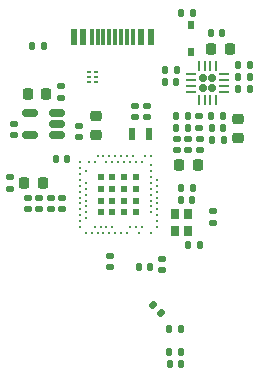
<source format=gbr>
%TF.GenerationSoftware,KiCad,Pcbnew,(6.99.0-1594-g5bf163de80)*%
%TF.CreationDate,2022-06-08T17:32:01-04:00*%
%TF.ProjectId,nrf52840,6e726635-3238-4343-902e-6b696361645f,v1.0*%
%TF.SameCoordinates,Original*%
%TF.FileFunction,Paste,Top*%
%TF.FilePolarity,Positive*%
%FSLAX46Y46*%
G04 Gerber Fmt 4.6, Leading zero omitted, Abs format (unit mm)*
G04 Created by KiCad (PCBNEW (6.99.0-1594-g5bf163de80)) date 2022-06-08 17:32:01*
%MOMM*%
%LPD*%
G01*
G04 APERTURE LIST*
G04 Aperture macros list*
%AMRoundRect*
0 Rectangle with rounded corners*
0 $1 Rounding radius*
0 $2 $3 $4 $5 $6 $7 $8 $9 X,Y pos of 4 corners*
0 Add a 4 corners polygon primitive as box body*
4,1,4,$2,$3,$4,$5,$6,$7,$8,$9,$2,$3,0*
0 Add four circle primitives for the rounded corners*
1,1,$1+$1,$2,$3*
1,1,$1+$1,$4,$5*
1,1,$1+$1,$6,$7*
1,1,$1+$1,$8,$9*
0 Add four rect primitives between the rounded corners*
20,1,$1+$1,$2,$3,$4,$5,0*
20,1,$1+$1,$4,$5,$6,$7,0*
20,1,$1+$1,$6,$7,$8,$9,0*
20,1,$1+$1,$8,$9,$2,$3,0*%
G04 Aperture macros list end*
%ADD10RoundRect,0.218750X0.218750X0.256250X-0.218750X0.256250X-0.218750X-0.256250X0.218750X-0.256250X0*%
%ADD11RoundRect,0.140000X-0.170000X0.140000X-0.170000X-0.140000X0.170000X-0.140000X0.170000X0.140000X0*%
%ADD12RoundRect,0.135000X0.135000X0.185000X-0.135000X0.185000X-0.135000X-0.185000X0.135000X-0.185000X0*%
%ADD13R,0.800000X0.900000*%
%ADD14RoundRect,0.140000X0.170000X-0.140000X0.170000X0.140000X-0.170000X0.140000X-0.170000X-0.140000X0*%
%ADD15RoundRect,0.140000X-0.140000X-0.170000X0.140000X-0.170000X0.140000X0.170000X-0.140000X0.170000X0*%
%ADD16RoundRect,0.218750X0.256250X-0.218750X0.256250X0.218750X-0.256250X0.218750X-0.256250X-0.218750X0*%
%ADD17RoundRect,0.140000X0.140000X0.170000X-0.140000X0.170000X-0.140000X-0.170000X0.140000X-0.170000X0*%
%ADD18RoundRect,0.135000X-0.135000X-0.185000X0.135000X-0.185000X0.135000X0.185000X-0.135000X0.185000X0*%
%ADD19R,0.600000X0.700000*%
%ADD20RoundRect,0.150000X0.512500X0.150000X-0.512500X0.150000X-0.512500X-0.150000X0.512500X-0.150000X0*%
%ADD21RoundRect,0.218750X-0.256250X0.218750X-0.256250X-0.218750X0.256250X-0.218750X0.256250X0.218750X0*%
%ADD22RoundRect,0.135000X-0.185000X0.135000X-0.185000X-0.135000X0.185000X-0.135000X0.185000X0.135000X0*%
%ADD23RoundRect,0.135000X0.185000X-0.135000X0.185000X0.135000X-0.185000X0.135000X-0.185000X-0.135000X0*%
%ADD24R,0.419999X0.220000*%
%ADD25RoundRect,0.147500X0.226274X0.017678X0.017678X0.226274X-0.226274X-0.017678X-0.017678X-0.226274X0*%
%ADD26RoundRect,0.218750X-0.218750X-0.256250X0.218750X-0.256250X0.218750X0.256250X-0.218750X0.256250X0*%
%ADD27RoundRect,0.160000X-0.160000X-0.160000X0.160000X-0.160000X0.160000X0.160000X-0.160000X0.160000X0*%
%ADD28RoundRect,0.062500X-0.375000X-0.062500X0.375000X-0.062500X0.375000X0.062500X-0.375000X0.062500X0*%
%ADD29RoundRect,0.062500X-0.062500X-0.375000X0.062500X-0.375000X0.062500X0.375000X-0.062500X0.375000X0*%
%ADD30RoundRect,0.086250X0.201250X-0.201250X0.201250X0.201250X-0.201250X0.201250X-0.201250X-0.201250X0*%
%ADD31C,0.250000*%
%ADD32R,0.600000X1.450000*%
%ADD33R,0.300000X1.450000*%
%ADD34RoundRect,0.225000X0.225000X0.250000X-0.225000X0.250000X-0.225000X-0.250000X0.225000X-0.250000X0*%
%ADD35R,0.600000X1.100000*%
%ADD36RoundRect,0.147500X0.172500X-0.147500X0.172500X0.147500X-0.172500X0.147500X-0.172500X-0.147500X0*%
G04 APERTURE END LIST*
D10*
%TO.C,F1*%
X171450000Y-90300000D03*
X169875000Y-90300000D03*
%TD*%
D11*
%TO.C,C13*%
X164440000Y-95160000D03*
X164440000Y-96120000D03*
%TD*%
D12*
%TO.C,R4*%
X170910000Y-98050000D03*
X169890000Y-98050000D03*
%TD*%
D13*
%TO.C,Y1*%
X167935999Y-105739999D03*
X167935999Y-104339999D03*
X166835999Y-104339999D03*
X166835999Y-105739999D03*
%TD*%
D14*
%TO.C,C9*%
X158700000Y-97820000D03*
X158700000Y-96860000D03*
%TD*%
D15*
%TO.C,C6*%
X166905000Y-96050000D03*
X167865000Y-96050000D03*
%TD*%
%TO.C,C1*%
X166360000Y-117040000D03*
X167320000Y-117040000D03*
%TD*%
D16*
%TO.C,L4*%
X160150000Y-97597500D03*
X160150000Y-96022500D03*
%TD*%
D17*
%TO.C,C2*%
X167270000Y-114080000D03*
X166310000Y-114080000D03*
%TD*%
D18*
%TO.C,R9*%
X172165000Y-93725000D03*
X173185000Y-93725000D03*
%TD*%
D19*
%TO.C,D2*%
X168159999Y-90574999D03*
X168159999Y-88274999D03*
%TD*%
D11*
%TO.C,C11*%
X166935000Y-97970000D03*
X166935000Y-98930000D03*
%TD*%
D20*
%TO.C,U3*%
X156837500Y-97650000D03*
X156837500Y-96700000D03*
X156837500Y-95750000D03*
X154562500Y-95750000D03*
X154562500Y-97650000D03*
%TD*%
D15*
%TO.C,C4*%
X167295000Y-103125000D03*
X168255000Y-103125000D03*
%TD*%
%TO.C,C16*%
X169895000Y-97050000D03*
X170855000Y-97050000D03*
%TD*%
D21*
%TO.C,D3*%
X172100000Y-96287500D03*
X172100000Y-97862500D03*
%TD*%
D11*
%TO.C,C14*%
X163450000Y-95170000D03*
X163450000Y-96130000D03*
%TD*%
D12*
%TO.C,R12*%
X155685000Y-90125000D03*
X154665000Y-90125000D03*
%TD*%
%TO.C,R10*%
X166950000Y-92110000D03*
X165930000Y-92110000D03*
%TD*%
D11*
%TO.C,C24*%
X153125000Y-96670000D03*
X153125000Y-97630000D03*
%TD*%
D18*
%TO.C,R1*%
X166290000Y-116010000D03*
X167310000Y-116010000D03*
%TD*%
D22*
%TO.C,R6*%
X170010000Y-104090000D03*
X170010000Y-105110000D03*
%TD*%
D23*
%TO.C,R5*%
X152825000Y-102210000D03*
X152825000Y-101190000D03*
%TD*%
D15*
%TO.C,C10*%
X156720000Y-99650000D03*
X157680000Y-99650000D03*
%TD*%
D24*
%TO.C,U5*%
X159474998Y-92300001D03*
X159474998Y-92699999D03*
X159474998Y-93100001D03*
X160125000Y-93100001D03*
X160125000Y-92699999D03*
X160125000Y-92300001D03*
%TD*%
D17*
%TO.C,C5*%
X164680000Y-108800000D03*
X163720000Y-108800000D03*
%TD*%
D15*
%TO.C,C3*%
X167920000Y-106975000D03*
X168880000Y-106975000D03*
%TD*%
%TO.C,C20*%
X166905000Y-97025000D03*
X167865000Y-97025000D03*
%TD*%
D25*
%TO.C,L1*%
X165632947Y-112682947D03*
X164947053Y-111997053D03*
%TD*%
D14*
%TO.C,C19*%
X157250000Y-103905000D03*
X157250000Y-102945000D03*
%TD*%
D11*
%TO.C,C12*%
X167925000Y-97970000D03*
X167925000Y-98930000D03*
%TD*%
D17*
%TO.C,C23*%
X170800000Y-88950000D03*
X169840000Y-88950000D03*
%TD*%
D14*
%TO.C,C15*%
X154325000Y-103905000D03*
X154325000Y-102945000D03*
%TD*%
D26*
%TO.C,D1*%
X154037500Y-101675000D03*
X155612500Y-101675000D03*
%TD*%
D12*
%TO.C,R7*%
X168285000Y-102125000D03*
X167265000Y-102125000D03*
%TD*%
D23*
%TO.C,R8*%
X157175000Y-94510000D03*
X157175000Y-93490000D03*
%TD*%
D11*
%TO.C,C7*%
X165700000Y-108095000D03*
X165700000Y-109055000D03*
%TD*%
D27*
%TO.C,U2*%
X169150000Y-92825000D03*
X169150000Y-93625000D03*
X169950000Y-92825000D03*
X169950000Y-93625000D03*
D28*
X168112500Y-92475000D03*
X168112500Y-92975000D03*
X168112500Y-93475000D03*
X168112500Y-93975000D03*
D29*
X168800000Y-94662500D03*
X169300000Y-94662500D03*
X169800000Y-94662500D03*
X170300000Y-94662500D03*
D28*
X170987500Y-93975000D03*
X170987500Y-93475000D03*
X170987500Y-92975000D03*
X170987500Y-92475000D03*
D29*
X170300000Y-91787500D03*
X169800000Y-91787500D03*
X169300000Y-91787500D03*
X168800000Y-91787500D03*
%TD*%
D15*
%TO.C,C26*%
X165930000Y-93110000D03*
X166890000Y-93110000D03*
%TD*%
D11*
%TO.C,C18*%
X156275000Y-102945000D03*
X156275000Y-103905000D03*
%TD*%
D17*
%TO.C,C17*%
X173130000Y-91725000D03*
X172170000Y-91725000D03*
%TD*%
D30*
%TO.C,U1*%
X163490000Y-101170000D03*
X162490000Y-101170000D03*
X161490000Y-101170000D03*
X160490000Y-101170000D03*
X163490000Y-102170000D03*
X162490000Y-102170000D03*
X161490000Y-102170000D03*
X160490000Y-102170000D03*
X163490000Y-103170000D03*
X162490000Y-103170000D03*
X161490000Y-103170000D03*
X160490000Y-103170000D03*
X163490000Y-104170000D03*
X162490000Y-104170000D03*
X161490000Y-104170000D03*
X160490000Y-104170000D03*
D31*
X165240000Y-101420000D03*
X165240000Y-101920000D03*
X165240000Y-102420000D03*
X165240000Y-102920000D03*
X165240000Y-103420000D03*
X165240000Y-103920000D03*
X165240000Y-104420000D03*
X165240000Y-104920000D03*
X165240000Y-105420000D03*
X159740000Y-105920000D03*
X159490000Y-99920000D03*
X159240000Y-100670000D03*
X159240000Y-101670000D03*
X159240000Y-102170000D03*
X159240000Y-102670000D03*
X159240000Y-103170000D03*
X159240000Y-103670000D03*
X159240000Y-104170000D03*
X159240000Y-104670000D03*
X159240000Y-105920000D03*
X158740000Y-99920000D03*
X158740000Y-100420000D03*
X158740000Y-100920000D03*
X158740000Y-101420000D03*
X158740000Y-101920000D03*
X158740000Y-102420000D03*
X158740000Y-102920000D03*
X158740000Y-103420000D03*
X158740000Y-103920000D03*
X158740000Y-104420000D03*
X158740000Y-104920000D03*
X158740000Y-105420000D03*
X164740000Y-99420000D03*
X164740000Y-100170000D03*
X164740000Y-100670000D03*
X164740000Y-101170000D03*
X164740000Y-101670000D03*
X164740000Y-102170000D03*
X164740000Y-102670000D03*
X164740000Y-103170000D03*
X164740000Y-103670000D03*
X164740000Y-104170000D03*
X164740000Y-105920000D03*
X164240000Y-99420000D03*
X163990000Y-99920000D03*
X163990000Y-105420000D03*
X163740000Y-105920000D03*
X163490000Y-99920000D03*
X163490000Y-105420000D03*
X163240000Y-99420000D03*
X162990000Y-99920000D03*
X162990000Y-105420000D03*
X162740000Y-99420000D03*
X162740000Y-105920000D03*
X162490000Y-99920000D03*
X162240000Y-99420000D03*
X162240000Y-105920000D03*
X161990000Y-99920000D03*
X161740000Y-99420000D03*
X161740000Y-105920000D03*
X161490000Y-99920000D03*
X161490000Y-105420000D03*
X161240000Y-99420000D03*
X161240000Y-105920000D03*
X160990000Y-99920000D03*
X160990000Y-105420000D03*
X160740000Y-99420000D03*
X160740000Y-105920000D03*
X160490000Y-105420000D03*
X160240000Y-99420000D03*
X160240000Y-105920000D03*
X159990000Y-99920000D03*
X159990000Y-105420000D03*
%TD*%
D11*
%TO.C,C8*%
X161280000Y-107860000D03*
X161280000Y-108820000D03*
%TD*%
D18*
%TO.C,R3*%
X169840000Y-96050000D03*
X170860000Y-96050000D03*
%TD*%
D22*
%TO.C,R2*%
X168825000Y-95990000D03*
X168825000Y-97010000D03*
%TD*%
D32*
%TO.C,J1*%
X164739999Y-89364999D03*
X158239999Y-89364999D03*
X163939999Y-89364999D03*
X159039999Y-89364999D03*
D33*
X162739999Y-89364999D03*
X161739999Y-89364999D03*
X161239999Y-89364999D03*
X160239999Y-89364999D03*
X159739999Y-89364999D03*
X160739999Y-89364999D03*
X162239999Y-89364999D03*
X163239999Y-89364999D03*
%TD*%
D10*
%TO.C,L3*%
X168737500Y-100150000D03*
X167162500Y-100150000D03*
%TD*%
D34*
%TO.C,C22*%
X155907500Y-94190000D03*
X154357500Y-94190000D03*
%TD*%
D14*
%TO.C,C21*%
X155300000Y-103905000D03*
X155300000Y-102945000D03*
%TD*%
D35*
%TO.C,Y2*%
X164591999Y-97535999D03*
X163191999Y-97535999D03*
%TD*%
D36*
%TO.C,L2*%
X168925000Y-98910000D03*
X168925000Y-97940000D03*
%TD*%
D17*
%TO.C,C25*%
X173130000Y-92725000D03*
X172170000Y-92725000D03*
%TD*%
D18*
%TO.C,R11*%
X167315000Y-87275000D03*
X168335000Y-87275000D03*
%TD*%
M02*

</source>
